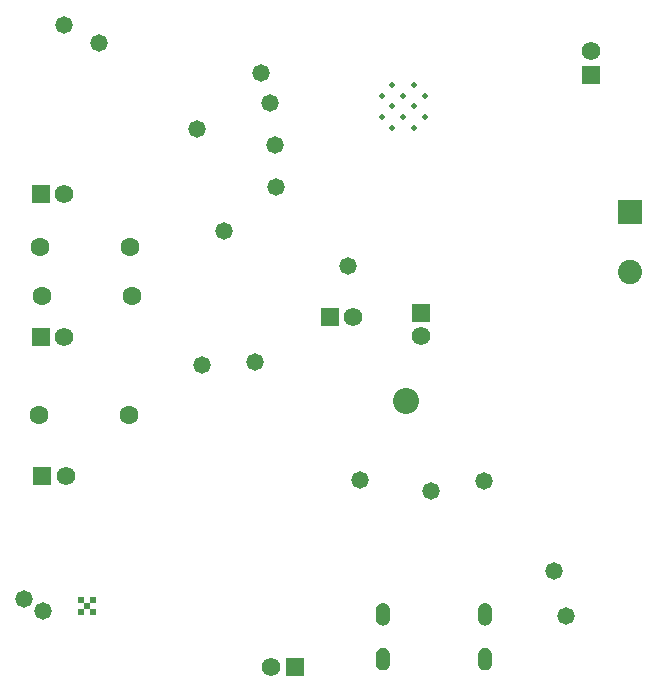
<source format=gbs>
G04*
G04 #@! TF.GenerationSoftware,Altium Limited,Altium Designer,20.1.14 (287)*
G04*
G04 Layer_Color=16711935*
%FSLAX25Y25*%
%MOIN*%
G70*
G04*
G04 #@! TF.SameCoordinates,9BBB710E-F05C-4809-8D11-837B32203116*
G04*
G04*
G04 #@! TF.FilePolarity,Negative*
G04*
G01*
G75*
%ADD53C,0.08083*%
%ADD54R,0.08083X0.08083*%
%ADD55R,0.06186X0.06186*%
%ADD56C,0.06186*%
%ADD57R,0.06186X0.06186*%
%ADD58C,0.06312*%
%ADD59C,0.01981*%
%ADD60C,0.02375*%
%ADD61C,0.02769*%
%ADD62C,0.08674*%
%ADD63C,0.05800*%
G36*
X158924Y13237D02*
X159047Y13227D01*
X159169Y13211D01*
X159291Y13189D01*
X159411Y13160D01*
X159530Y13125D01*
X159646Y13083D01*
X159761Y13036D01*
X159872Y12983D01*
X159981Y12924D01*
X160087Y12859D01*
X160188Y12789D01*
X160287Y12714D01*
X160381Y12633D01*
X160470Y12548D01*
X160556Y12459D01*
X160636Y12365D01*
X160711Y12266D01*
X160781Y12165D01*
X160846Y12059D01*
X160905Y11950D01*
X160958Y11839D01*
X161005Y11725D01*
X161047Y11608D01*
X161082Y11489D01*
X161111Y11369D01*
X161133Y11248D01*
X161149Y11125D01*
X161159Y11002D01*
X161162Y10878D01*
Y9500D01*
X158800D01*
Y9461D01*
X161162D01*
Y8122D01*
X161159Y7998D01*
X161149Y7875D01*
X161133Y7752D01*
X161111Y7631D01*
X161082Y7511D01*
X161047Y7392D01*
X161005Y7276D01*
X160958Y7161D01*
X160905Y7050D01*
X160846Y6941D01*
X160781Y6836D01*
X160711Y6734D01*
X160636Y6635D01*
X160556Y6541D01*
X160470Y6452D01*
X160381Y6367D01*
X160287Y6286D01*
X160188Y6211D01*
X160087Y6141D01*
X159981Y6076D01*
X159872Y6017D01*
X159761Y5964D01*
X159646Y5917D01*
X159530Y5875D01*
X159411Y5840D01*
X159291Y5812D01*
X159169Y5789D01*
X159047Y5773D01*
X158924Y5763D01*
X158800Y5760D01*
X158676Y5763D01*
X158553Y5773D01*
X158431Y5789D01*
X158309Y5812D01*
X158189Y5840D01*
X158070Y5875D01*
X157954Y5917D01*
X157839Y5964D01*
X157728Y6017D01*
X157619Y6076D01*
X157513Y6141D01*
X157412Y6211D01*
X157313Y6286D01*
X157219Y6367D01*
X157130Y6452D01*
X157044Y6541D01*
X156964Y6635D01*
X156889Y6734D01*
X156819Y6836D01*
X156754Y6941D01*
X156695Y7050D01*
X156642Y7161D01*
X156595Y7276D01*
X156553Y7392D01*
X156518Y7511D01*
X156489Y7631D01*
X156467Y7752D01*
X156451Y7875D01*
X156441Y7998D01*
X156438Y8122D01*
Y10878D01*
X156441Y11002D01*
X156451Y11125D01*
X156467Y11248D01*
X156489Y11369D01*
X156518Y11489D01*
X156553Y11608D01*
X156595Y11725D01*
X156642Y11839D01*
X156695Y11950D01*
X156754Y12059D01*
X156819Y12165D01*
X156889Y12266D01*
X156964Y12365D01*
X157044Y12459D01*
X157130Y12548D01*
X157219Y12633D01*
X157313Y12714D01*
X157412Y12789D01*
X157513Y12859D01*
X157619Y12924D01*
X157728Y12983D01*
X157839Y13036D01*
X157954Y13083D01*
X158070Y13125D01*
X158189Y13160D01*
X158309Y13189D01*
X158431Y13211D01*
X158553Y13227D01*
X158676Y13237D01*
X158800Y13240D01*
X158924Y13237D01*
D02*
G37*
G36*
Y28198D02*
X159047Y28188D01*
X159169Y28172D01*
X159291Y28149D01*
X159411Y28120D01*
X159530Y28085D01*
X159646Y28044D01*
X159761Y27997D01*
X159872Y27943D01*
X159981Y27884D01*
X160087Y27820D01*
X160188Y27750D01*
X160287Y27674D01*
X160381Y27594D01*
X160470Y27509D01*
X160556Y27419D01*
X160636Y27325D01*
X160711Y27227D01*
X160781Y27125D01*
X160846Y27020D01*
X160905Y26911D01*
X160958Y26799D01*
X161005Y26685D01*
X161047Y26568D01*
X161082Y26450D01*
X161111Y26330D01*
X161133Y26208D01*
X161149Y26085D01*
X161159Y25962D01*
X161162Y25839D01*
Y24461D01*
X158800D01*
Y24421D01*
X161162D01*
Y23083D01*
X161159Y22959D01*
X161149Y22836D01*
X161133Y22713D01*
X161111Y22592D01*
X161082Y22471D01*
X161047Y22353D01*
X161005Y22236D01*
X160958Y22122D01*
X160905Y22010D01*
X160846Y21902D01*
X160781Y21796D01*
X160711Y21694D01*
X160636Y21596D01*
X160556Y21502D01*
X160470Y21412D01*
X160381Y21327D01*
X160287Y21247D01*
X160188Y21172D01*
X160087Y21102D01*
X159981Y21037D01*
X159872Y20978D01*
X159761Y20925D01*
X159646Y20877D01*
X159530Y20836D01*
X159411Y20801D01*
X159291Y20772D01*
X159169Y20750D01*
X159047Y20733D01*
X158924Y20724D01*
X158800Y20720D01*
X158676Y20724D01*
X158553Y20733D01*
X158431Y20750D01*
X158309Y20772D01*
X158189Y20801D01*
X158070Y20836D01*
X157954Y20877D01*
X157839Y20925D01*
X157728Y20978D01*
X157619Y21037D01*
X157513Y21102D01*
X157412Y21172D01*
X157313Y21247D01*
X157219Y21327D01*
X157130Y21412D01*
X157044Y21502D01*
X156964Y21596D01*
X156889Y21694D01*
X156819Y21796D01*
X156754Y21902D01*
X156695Y22010D01*
X156642Y22122D01*
X156595Y22236D01*
X156553Y22353D01*
X156518Y22471D01*
X156489Y22592D01*
X156467Y22713D01*
X156451Y22836D01*
X156441Y22959D01*
X156438Y23083D01*
Y25839D01*
X156441Y25962D01*
X156451Y26085D01*
X156467Y26208D01*
X156489Y26330D01*
X156518Y26450D01*
X156553Y26568D01*
X156595Y26685D01*
X156642Y26799D01*
X156695Y26911D01*
X156754Y27020D01*
X156819Y27125D01*
X156889Y27227D01*
X156964Y27325D01*
X157044Y27419D01*
X157130Y27509D01*
X157219Y27594D01*
X157313Y27674D01*
X157412Y27750D01*
X157513Y27820D01*
X157619Y27884D01*
X157728Y27943D01*
X157839Y27997D01*
X157954Y28044D01*
X158070Y28085D01*
X158189Y28120D01*
X158309Y28149D01*
X158431Y28172D01*
X158553Y28188D01*
X158676Y28198D01*
X158800Y28201D01*
X158924Y28198D01*
D02*
G37*
G36*
X192939Y13237D02*
X193063Y13227D01*
X193185Y13211D01*
X193307Y13189D01*
X193427Y13160D01*
X193546Y13125D01*
X193662Y13083D01*
X193777Y13036D01*
X193888Y12983D01*
X193997Y12924D01*
X194102Y12859D01*
X194204Y12789D01*
X194302Y12714D01*
X194396Y12633D01*
X194486Y12548D01*
X194571Y12459D01*
X194651Y12365D01*
X194727Y12266D01*
X194797Y12165D01*
X194861Y12059D01*
X194921Y11950D01*
X194974Y11839D01*
X195021Y11725D01*
X195062Y11608D01*
X195097Y11489D01*
X195126Y11369D01*
X195149Y11248D01*
X195165Y11125D01*
X195175Y11002D01*
X195178Y10878D01*
Y9500D01*
X192816D01*
Y9461D01*
X195178D01*
Y8122D01*
X195175Y7998D01*
X195165Y7875D01*
X195149Y7752D01*
X195126Y7631D01*
X195097Y7511D01*
X195062Y7392D01*
X195021Y7276D01*
X194974Y7161D01*
X194921Y7050D01*
X194861Y6941D01*
X194797Y6836D01*
X194727Y6734D01*
X194651Y6635D01*
X194571Y6541D01*
X194486Y6452D01*
X194396Y6367D01*
X194302Y6286D01*
X194204Y6211D01*
X194102Y6141D01*
X193997Y6076D01*
X193888Y6017D01*
X193777Y5964D01*
X193662Y5917D01*
X193546Y5875D01*
X193427Y5840D01*
X193307Y5812D01*
X193185Y5789D01*
X193063Y5773D01*
X192939Y5763D01*
X192816Y5760D01*
X192692Y5763D01*
X192569Y5773D01*
X192446Y5789D01*
X192325Y5812D01*
X192204Y5840D01*
X192086Y5875D01*
X191969Y5917D01*
X191855Y5964D01*
X191743Y6017D01*
X191635Y6076D01*
X191529Y6141D01*
X191427Y6211D01*
X191329Y6286D01*
X191235Y6367D01*
X191145Y6452D01*
X191060Y6541D01*
X190980Y6635D01*
X190905Y6734D01*
X190835Y6836D01*
X190770Y6941D01*
X190711Y7050D01*
X190658Y7161D01*
X190610Y7276D01*
X190569Y7392D01*
X190534Y7511D01*
X190505Y7631D01*
X190483Y7752D01*
X190466Y7875D01*
X190457Y7998D01*
X190454Y8122D01*
Y10878D01*
X190457Y11002D01*
X190466Y11125D01*
X190483Y11248D01*
X190505Y11369D01*
X190534Y11489D01*
X190569Y11608D01*
X190610Y11725D01*
X190658Y11839D01*
X190711Y11950D01*
X190770Y12059D01*
X190835Y12165D01*
X190905Y12266D01*
X190980Y12365D01*
X191060Y12459D01*
X191145Y12548D01*
X191235Y12633D01*
X191329Y12714D01*
X191427Y12789D01*
X191529Y12859D01*
X191635Y12924D01*
X191743Y12983D01*
X191855Y13036D01*
X191969Y13083D01*
X192086Y13125D01*
X192204Y13160D01*
X192325Y13189D01*
X192446Y13211D01*
X192569Y13227D01*
X192692Y13237D01*
X192816Y13240D01*
X192939Y13237D01*
D02*
G37*
G36*
Y28198D02*
X193063Y28188D01*
X193185Y28172D01*
X193307Y28149D01*
X193427Y28120D01*
X193546Y28085D01*
X193662Y28044D01*
X193777Y27997D01*
X193888Y27943D01*
X193997Y27884D01*
X194102Y27820D01*
X194204Y27750D01*
X194302Y27674D01*
X194396Y27594D01*
X194486Y27509D01*
X194571Y27419D01*
X194651Y27325D01*
X194727Y27227D01*
X194797Y27125D01*
X194861Y27020D01*
X194921Y26911D01*
X194974Y26799D01*
X195021Y26685D01*
X195062Y26568D01*
X195097Y26450D01*
X195126Y26330D01*
X195149Y26208D01*
X195165Y26085D01*
X195175Y25962D01*
X195178Y25839D01*
Y24461D01*
X192816D01*
Y24421D01*
X195178D01*
Y23083D01*
X195175Y22959D01*
X195165Y22836D01*
X195149Y22713D01*
X195126Y22592D01*
X195097Y22471D01*
X195062Y22353D01*
X195021Y22236D01*
X194974Y22122D01*
X194921Y22010D01*
X194861Y21902D01*
X194797Y21796D01*
X194727Y21694D01*
X194651Y21596D01*
X194571Y21502D01*
X194486Y21412D01*
X194396Y21327D01*
X194302Y21247D01*
X194204Y21172D01*
X194102Y21102D01*
X193997Y21037D01*
X193888Y20978D01*
X193777Y20925D01*
X193662Y20877D01*
X193546Y20836D01*
X193427Y20801D01*
X193307Y20772D01*
X193185Y20750D01*
X193063Y20733D01*
X192939Y20724D01*
X192816Y20720D01*
X192692Y20724D01*
X192569Y20733D01*
X192446Y20750D01*
X192325Y20772D01*
X192204Y20801D01*
X192086Y20836D01*
X191969Y20877D01*
X191855Y20925D01*
X191743Y20978D01*
X191635Y21037D01*
X191529Y21102D01*
X191427Y21172D01*
X191329Y21247D01*
X191235Y21327D01*
X191145Y21412D01*
X191060Y21502D01*
X190980Y21596D01*
X190905Y21694D01*
X190835Y21796D01*
X190770Y21902D01*
X190711Y22010D01*
X190658Y22122D01*
X190610Y22236D01*
X190569Y22353D01*
X190534Y22471D01*
X190505Y22592D01*
X190483Y22713D01*
X190466Y22836D01*
X190457Y22959D01*
X190454Y23083D01*
Y25839D01*
X190457Y25962D01*
X190466Y26085D01*
X190483Y26208D01*
X190505Y26330D01*
X190534Y26450D01*
X190569Y26568D01*
X190610Y26685D01*
X190658Y26799D01*
X190711Y26911D01*
X190770Y27020D01*
X190835Y27125D01*
X190905Y27227D01*
X190980Y27325D01*
X191060Y27419D01*
X191145Y27509D01*
X191235Y27594D01*
X191329Y27674D01*
X191427Y27750D01*
X191529Y27820D01*
X191635Y27884D01*
X191743Y27943D01*
X191855Y27997D01*
X191969Y28044D01*
X192086Y28085D01*
X192204Y28120D01*
X192325Y28149D01*
X192446Y28172D01*
X192569Y28188D01*
X192692Y28198D01*
X192816Y28201D01*
X192939Y28198D01*
D02*
G37*
D53*
X241000Y138500D02*
D03*
D54*
Y158500D02*
D03*
D55*
X228100Y204400D02*
D03*
X171500Y125000D02*
D03*
D56*
X228100Y212274D02*
D03*
X171500Y117126D02*
D03*
X148937Y123665D02*
D03*
X121563Y6835D02*
D03*
X52637Y164465D02*
D03*
Y116965D02*
D03*
X53137Y70465D02*
D03*
D57*
X141063Y123665D02*
D03*
X129437Y6835D02*
D03*
X44763Y164465D02*
D03*
Y116965D02*
D03*
X45263Y70465D02*
D03*
D58*
X74500Y147000D02*
D03*
X44500D02*
D03*
X75000Y130500D02*
D03*
X45000D02*
D03*
X74000Y91000D02*
D03*
X44000D02*
D03*
D59*
X169188Y186551D02*
D03*
X161963D02*
D03*
X172800Y190163D02*
D03*
X165576D02*
D03*
X158351D02*
D03*
X169188Y193776D02*
D03*
X161963D02*
D03*
X172800Y197388D02*
D03*
X165576D02*
D03*
X158351D02*
D03*
X169188Y201000D02*
D03*
X161963D02*
D03*
D60*
X62202Y29220D02*
D03*
X58265D02*
D03*
X60233Y27251D02*
D03*
X58265Y25283D02*
D03*
X62202D02*
D03*
D61*
X192816Y9500D02*
D03*
X158800D02*
D03*
X192816Y24461D02*
D03*
X158800D02*
D03*
D62*
X166600Y95600D02*
D03*
D63*
X192500Y69000D02*
D03*
X147013Y140500D02*
D03*
X123000Y167000D02*
D03*
X45465Y25520D02*
D03*
X121000Y195000D02*
D03*
X96700Y186200D02*
D03*
X122900Y180800D02*
D03*
X64000Y215000D02*
D03*
X118000Y205000D02*
D03*
X52500Y221000D02*
D03*
X151000Y69253D02*
D03*
X116200Y108600D02*
D03*
X215700Y38900D02*
D03*
X105916Y152100D02*
D03*
X98600Y107500D02*
D03*
X174800Y65500D02*
D03*
X39265Y29720D02*
D03*
X219800Y24000D02*
D03*
M02*

</source>
